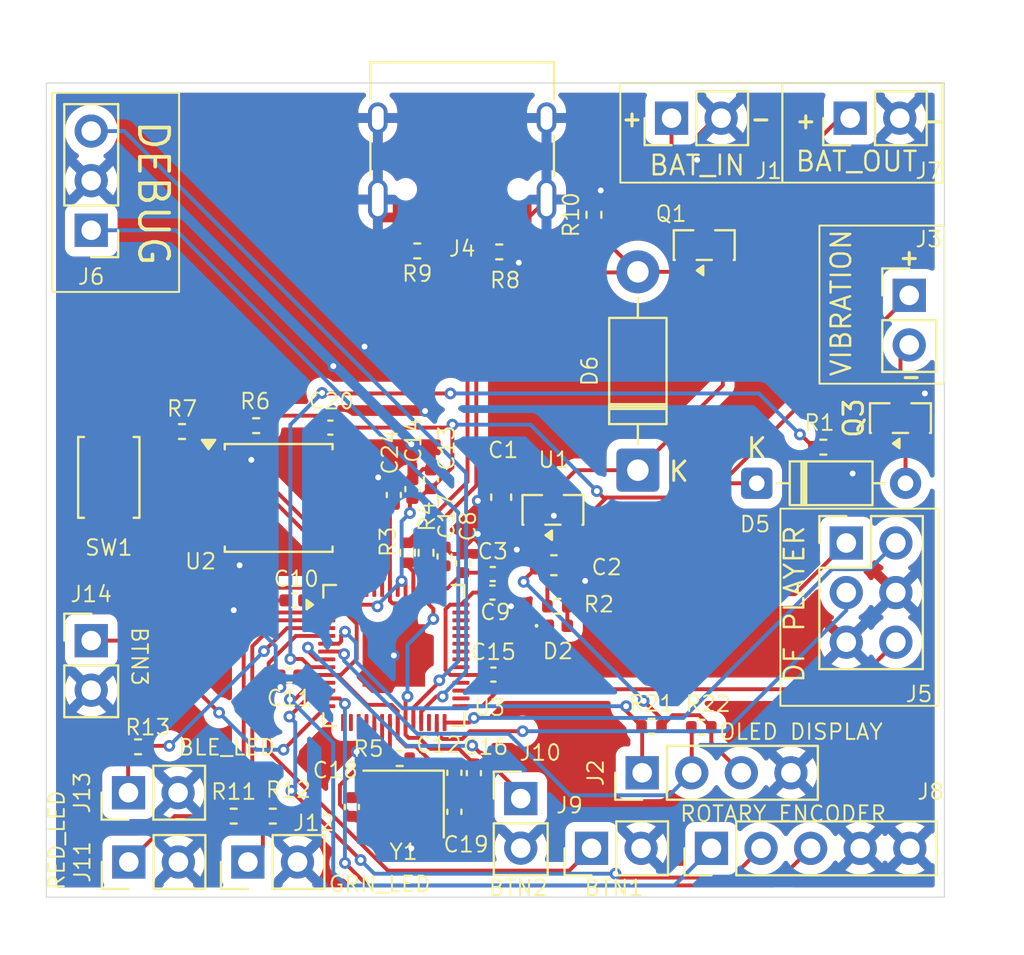
<source format=kicad_pcb>
(kicad_pcb (version 20241229) (generator "pcbnew") (generator_version "9.0")
  (layers (0 "F.Cu" signal) (2 "B.Cu" signal) (13 "F.Paste" user) (15 "B.Paste" user) (5 "F.SilkS" user "F.Silkscreen") (7 "B.SilkS" user "B.Silkscreen") (1 "F.Mask" user) (3 "B.Mask" user) (25 "Edge.Cuts" user))
  (net 0 "")
  (net 1 "/PWR_INPUT")
  (net 2 "GND")
  (net 3 "+3V3")
  (net 4 "+1V1")
  (net 5 "/XIN")
  (net 6 "Net-(C19-Pad2)")
  (net 7 "Net-(D2-A)")
  (net 8 "Net-(D5-A)")
  (net 9 "VBUS")
  (net 10 "Net-(J1-Pin_1)")
  (net 11 "/GPIO4")
  (net 12 "/GPIO5")
  (net 13 "Net-(J4-CC1)")
  (net 14 "/USB_D+")
  (net 15 "/USB_D-")
  (net 16 "Net-(J4-CC2)")
  (net 17 "/DFP_BUSY")
  (net 18 "/DFP_RX")
  (net 19 "/DFP_TX")
  (net 20 "/SWD")
  (net 21 "/SWCLK")
  (net 22 "/GPIO7")
  (net 23 "Net-(U3-USB_DP)")
  (net 24 "Net-(U3-USB_DM)")
  (net 25 "/XOUT")
  (net 26 "/QSPI_SS")
  (net 27 "Net-(R7-Pad1)")
  (net 28 "/GPIO0")
  (net 29 "/GPIO1")
  (net 30 "/GPIO2")
  (net 31 "/GPIO9")
  (net 32 "/GPIO8")
  (net 33 "/GPIO10")
  (net 34 "/QSPI_SD2")
  (net 35 "/QSPI_SD0")
  (net 36 "/QSPI_SCLK")
  (net 37 "/QSPI_SD3")
  (net 38 "/QSPI_SD1")
  (net 39 "/GPIO6")
  (net 40 "/GPIO3")
  (net 57 "/GPIO11")
  (net 58 "Net-(J11-Pin_1)")
  (net 59 "Net-(J12-Pin_1)")
  (net 60 "Net-(J13-Pin_1)")
  (net 61 "Net-(Q3-G)")
  (footprint "Connector_PinHeader_2.54mm:PinHeader_1x02_P2.54mm_Vertical" (layer "F.Cu") (at 176.3 69.375)
    (property "Reference" "J3")
    (property "Value" "Vibration_Motor")
  )
  (footprint "Capacitor_SMD:C_0402_1005Metric" (layer "F.Cu") (at 151.8 78.8 90)
    (property "Reference" "C13")
    (property "Value" "0.1uF")
  )
  (footprint "Capacitor_SMD:C_0402_1005Metric" (layer "F.Cu") (at 155 88.8)
    (property "Reference" "C15")
    (property "Value" "0.1uF")
  )
  (footprint "Resistor_SMD:R_0402_1005Metric" (layer "F.Cu") (at 158.275 85.3)
    (property "Reference" "R2")
    (property "Value" "220")
  )
  (footprint "Package_TO_SOT_SMD:SOT-23" (layer "F.Cu") (at 165.8 66.8 90)
    (property "Reference" "Q1")
    (property "Value" "AO3401A")
  )
  (footprint "Capacitor_SMD:C_0402_1005Metric" (layer "F.Cu") (at 144.8 85 180)
    (property "Reference" "C10")
    (property "Value" "0.1uF")
  )
  (footprint "Resistor_SMD:R_0402_1005Metric" (layer "F.Cu") (at 136.8 92.5 180)
    (property "Reference" "R13")
    (property "Value" "220")
  )
  (footprint "Connector_PinHeader_2.54mm:PinHeader_1x02_P2.54mm_Vertical" (layer "F.Cu") (at 156.4 95.15)
    (property "Reference" "J10")
    (property "Value" "PushButton")
  )
  (footprint "Resistor_SMD:R_0402_1005Metric" (layer "F.Cu") (at 163.1 91.45)
    (property "Reference" "R21")
    (property "Value" "4.7K")
  )
  (footprint "Button_Switch_SMD:SW_Push_SPST_NO_Alps_SKRK" (layer "F.Cu") (at 135.3 78.7 90)
    (property "Reference" "SW1")
    (property "Value" "SW_Push")
  )
  (footprint "Capacitor_SMD:C_0402_1005Metric" (layer "F.Cu") (at 144.55 88.85 180)
    (property "Reference" "C11")
    (property "Value" "0.1uF")
  )
  (footprint "Capacitor_SMD:C_0603_1608Metric" (layer "F.Cu") (at 158.1 83.2)
    (property "Reference" "C2")
    (property "Value" "10uF")
  )
  (footprint "Connector_PinHeader_2.54mm:PinHeader_1x02_P2.54mm_Vertical" (layer "F.Cu") (at 164.125 60.3 90)
    (property "Reference" "J1")
    (property "Value" "Battery_Output")
  )
  (footprint "Capacitor_SMD:C_0402_1005Metric" (layer "F.Cu") (at 150.85 79.3 90)
    (property "Reference" "C14")
    (property "Value" "0.1uF")
  )
  (footprint "Connector_PinHeader_2.54mm:PinHeader_1x03_P2.54mm_Vertical" (layer "F.Cu") (at 134.4 66.04 180)
    (property "Reference" "J6")
    (property "Value" "Conn_01x03")
  )
  (footprint "Capacitor_SMD:C_0402_1005Metric" (layer "F.Cu") (at 146.65 76.15 180)
    (property "Reference" "C20")
    (property "Value" "0.1uF")
  )
  (footprint "Resistor_SMD:R_0402_1005Metric" (layer "F.Cu") (at 165.65 91.5)
    (property "Reference" "R22")
    (property "Value" "4.7K")
  )
  (footprint "Diode_THT:D_DO-41_SOD81_P10.16mm_Horizontal" (layer "F.Cu") (at 162.4 78.33 90)
    (property "Reference" "D6")
    (property "Value" "1N5817")
  )
  (footprint "Resistor_SMD:R_0402_1005Metric" (layer "F.Cu") (at 150.6 82.56 -90)
    (property "Reference" "R3")
    (property "Value" "27")
  )
  (footprint "Resistor_SMD:R_0402_1005Metric" (layer "F.Cu") (at 150.2 93.1 180)
    (property "Reference" "R5")
    (property "Value" "1K")
  )
  (footprint "Package_DFN_QFN:QFN-56-1EP_7x7mm_P0.4mm_EP3.2x3.2mm" (layer "F.Cu") (at 149.9 87.82)
    (property "Reference" "U3")
    (property "Value" "RP2040")
  )
  (footprint "Capacitor_SMD:C_0402_1005Metric" (layer "F.Cu") (at 149.9 79.6 90)
    (property "Reference" "C24")
    (property "Value" "0.1uF")
  )
  (footprint "Resistor_SMD:R_0402_1005Metric" (layer "F.Cu") (at 143.7 96.05 180)
    (property "Reference" "R12")
    (property "Value" "220")
  )
  (footprint "Connector_PinHeader_2.54mm:PinHeader_1x05_P2.54mm_Vertical" (layer "F.Cu") (at 166.17 97.7 90)
    (property "Reference" "J8")
    (property "Value" "RotaryEncoder")
  )
  (footprint "Resistor_SMD:R_0402_1005Metric" (layer "F.Cu") (at 141.7 96.05 180)
    (property "Reference" "R11")
    (property "Value" "220")
  )
  (footprint "Package_SO:SOIC-8_5.3x5.3mm_P1.27mm" (layer "F.Cu") (at 144 79.75)
    (property "Reference" "U2")
    (property "Value" "W25Q128JVS")
  )
  (footprint "Connector_PinHeader_2.54mm:PinHeader_1x02_P2.54mm_Vertical" (layer "F.Cu") (at 136.325 98.4 90)
    (property "Reference" "J11")
    (property "Value" "LED_RED")
  )
  (footprint "Capacitor_SMD:C_0402_1005Metric" (layer "F.Cu") (at 153.45 83.1 90)
    (property "Reference" "C8")
    (property "Value" "0.1uF")
  )
  (footprint "Capacitor_SMD:C_0603_1608Metric" (layer "F.Cu") (at 155.4 79.7125 -90)
    (property "Reference" "C1")
    (property "Value" "10uF")
  )
  (footprint "Connector_PinHeader_2.54mm:PinHeader_2x03_P2.54mm_Vertical" (layer "F.Cu") (at 173.075 82.06)
    (property "Reference" "J5")
    (property "Value" "DF Player Mini")
  )
  (footprint "Capacitor_SMD:C_0402_1005Metric" (layer "F.Cu") (at 147.75 95.58 -90)
    (property "Reference" "C18")
    (property "Value" "33pF")
  )
  (footprint "Capacitor_SMD:C_0402_1005Metric" (layer "F.Cu") (at 152.5 82.75 90)
    (property "Reference" "C17")
    (property "Value" "0.1uF")
  )
  (footprint "Capacitor_SMD:C_0402_1005Metric" (layer "F.Cu") (at 154.97 83.65)
    (property "Reference" "C3")
    (property "Value" "1uF")
  )
  (footprint "Connector_PinHeader_2.54mm:PinHeader_1x02_P2.54mm_Vertical" (layer "F.Cu") (at 136.31 94.85 90)
    (property "Reference" "J13")
    (property "Value" "LED_BLUE")
  )
  (footprint "Connector_USB:USB_C_Receptacle_HRO_TYPE-C-31-M-12" (layer "F.Cu") (at 153.4 61.34 180)
    (property "Reference" "J4")
    (property "Value" "USB_C_Receptacle_USB2.0_14P")
  )
  (footprint "Package_TO_SOT_SMD:SOT-23" (layer "F.Cu") (at 175.85 75.6625 90)
    (property "Reference" "Q3")
    (property "Value" "Q_NMOS_GSD")
  )
  (footprint "Resistor_SMD:R_0402_1005Metric" (layer "F.Cu") (at 155.3 67.15)
    (property "Reference" "R8")
    (property "Value" "5.1K")
  )
  (footprint "Resistor_SMD:R_0402_1005Metric" (layer "F.Cu") (at 171.9 77.15)
    (property "Reference" "R1")
    (property "Value" "100")
  )
  (footprint "Diode_THT:D_DO-35_SOD27_P7.62mm_Horizontal" (layer "F.Cu") (at 168.49 79)
    (property "Reference" "D5")
    (property "Value" "1N4148")
  )
  (footprint "Connector_PinHeader_2.54mm:PinHeader_1x02_P2.54mm_Vertical" (layer "F.Cu") (at 142.425 98.4 90)
    (property "Reference" "J12")
    (property "Value" "LED_GREEN")
  )
  (footprint "Crystal:Crystal_SMD_3225-4Pin_3.2x2.5mm" (layer "F.Cu") (at 150.4 95.43 180)
    (property "Reference" "Y1")
    (property "Value" "12 MHz")
  )
  (footprint "Capacitor_SMD:C_0402_1005Metric" (layer "F.Cu") (at 153 95.83 90)
    (property "Reference" "C19")
    (property "Value" "33pF")
  )
  (footprint "Capacitor_SMD:C_0402_1005Metric" (layer "F.Cu") (at 154 93.85 -90)
    (property "Reference" "C16")
    (property "Value" "1uF")
  )
  (footprint "Capacitor_SMD:C_0402_1005Metric" (layer "F.Cu") (at 154.95 84.6)
    (property "Reference" "C9")
    (property "Value" "0.1uF")
  )
  (footprint "Resistor_SMD:R_0402_1005Metric" (layer "F.Cu") (at 151.55 82.56 -90)
    (property "Reference" "R4")
    (property "Value" "27")
  )
  (footprint "Resistor_SMD:R_0402_1005Metric" (layer "F.Cu") (at 139.05 76.35)
    (property "Reference" "R7")
    (property "Value" "1K")
  )
  (footprint "Resistor_SMD:R_0402_1005Metric" (layer "F.Cu") (at 160.15 65.25 90)
    (property "Reference" "R10")
    (property "Value" "100K")
  )
  (footprint "Connector_PinHeader_2.54mm:PinHeader_1x02_P2.54mm_Vertical" (layer "F.Cu") (at 134.4 87.06)
    (property "Reference" "J14")
    (property "Value" "PushButton")
  )
  (footprint "Resistor_SMD:R_0402_1005Metric" (layer "F.Cu") (at 142.85 76.05 180)
    (property "Reference" "R6")
    (property "Value" "10K")
  )
  (footprint "Capacitor_SMD:C_0402_1005Metric" (layer "F.Cu") (at 153 93.83 -90)
    (property "Reference" "C12")
    (property "Value" "0.1uF")
  )
  (footprint "Connector_PinHeader_2.54mm:PinHeader_1x02_P2.54mm_Vertical" (layer "F.Cu") (at 173.275 60.3 90)
    (property "Reference" "J7")
    (property "Value" "Battery_Charger")
  )
  (footprint "Connector_PinHeader_2.54mm:PinHeader_1x04_P2.54mm_Vertical" (layer "F.Cu") (at 162.62 93.83 90)
    (property "Reference" "J2")
    (property "Value" "SSD1306")
  )
  (footprint "Package_TO_SOT_SMD:SOT-23" (layer "F.Cu") (at 158.05 80.3625 90)
    (property "Reference" "U1")
    (property "Value" "MCP1700x-330xxTT")
  )
  (footprint "Connector_PinHeader_2.54mm:PinHeader_1x02_P2.54mm_Vertical" (layer "F.Cu") (at 160.025 97.7 90)
    (property "Reference" "J9")
    (property "Value" "PushButton")
  )
  (footprint "LED_SMD:LED_0402_1005Metric" (layer "F.Cu") (at 158.3 86.3)
    (property "Reference" "D2")
    (property "Value" "ONBOARD_LED")
  )
  (footprint "Resistor_SMD:R_0402_1005Metric" (layer "F.Cu") (at 151.1 67.1 180)
    (property "Reference" "R9")
    (property "Value" "5.1K")
  )
  (gr_rect (start 169.8 58.5) (end 178 63.6) (stroke (width 0.1)) (fill no) (layer "F.SilkS"))
  (gr_rect (start 171.7 65.8) (end 178.1 73.9) (stroke (width 0.1)) (fill no) (layer "F.SilkS"))
  (gr_rect (start 132.4 59) (end 138.9 69.2) (stroke (width 0.1)) (fill no) (layer "F.SilkS"))
  (gr_rect (start 161.5 58.5) (end 169.8 63.6) (stroke (width 0.1)) (fill no) (layer "F.SilkS"))
  (gr_rect (start 169.7 80.3) (end 177.8 90.4) (stroke (width 0.1)) (fill no) (layer "F.SilkS"))
  (gr_rect (start 132.1 58.5) (end 178.1 100.2) (stroke (width 0.05)) (fill no) (layer "Edge.Cuts"))
  (gr_text "-" (at 177 60.9 0) (layer "F.SilkS") (effects (font (size 0.8 0.8) (thickness 0.16) (bold yes)) (justify left bottom)))
  (gr_text "BTN2" (at 154.7 100.2 0) (layer "F.SilkS") (effects (font (size 0.8 0.8) (thickness 0.1)) (justify left bottom)))
  (gr_text "BLE_LED" (at 138.8 93 0) (layer "F.SilkS") (effects (font (size 0.8 0.8) (thickness 0.1)) (justify left bottom)))
  (gr_text "RED_LED" (at 133.1 99.9 90) (layer "F.SilkS") (effects (font (size 0.8 0.8) (thickness 0.1)) (justify left bottom)))
  (gr_text "+" (at 161.5 60.8 0) (layer "F.SilkS") (effects (font (size 0.8 0.8) (thickness 0.16) (bold yes)) (justify left bottom)))
  (gr_text "-" (at 168.1 60.8 0) (layer "F.SilkS") (effects (font (size 0.8 0.8) (thickness 0.16) (bold yes)) (justify left bottom)))
  (gr_text "GRN_LED" (at 146.5 100 0) (layer "F.SilkS") (effects (font (size 0.8 0.8) (thickness 0.1)) (justify left bottom)))
  (gr_text "BTN3" (at 136.4 86.3 270) (layer "F.SilkS") (effects (font (size 0.8 0.8) (thickness 0.1)) (justify left bottom)))
  (gr_text "BAT_OUT" (at 170.4 63.1 0) (layer "F.SilkS") (effects (font (size 1 1) (thickness 0.125)) (justify left bottom)))
  (gr_text "-" (at 175.8 74 0) (layer "F.SilkS") (effects (font (size 0.8 0.8) (thickness 0.16) (bold yes)) (justify left bottom)))
  (gr_text "BAT_IN" (at 162.9 63.3 0) (layer "F.SilkS") (effects (font (size 1 1) (thickness 0.125)) (justify left bottom)))
  (gr_text "DEBUG" (at 136.7 60.3 270) (layer "F.SilkS") (effects (font (size 1.5 1.5) (thickness 0.1875)) (justify left bottom)))
  (gr_text "+" (at 170.4 60.9 0) (layer "F.SilkS") (effects (font (size 0.8 0.8) (thickness 0.16) (bold yes)) (justify left bottom)))
  (gr_text "ROTARY ENCODER" (at 164.5 96.4 0) (layer "F.SilkS") (effects (font (size 0.8 0.8) (thickness 0.1)) (justify left bottom)))
  (gr_text "DF PLAYER" (at 171 89.3 90) (layer "F.SilkS") (effects (font (size 1 1) (thickness 0.125)) (justify left bottom)))
  (gr_text "OLED DISPLAY" (at 166.5 92.2 0) (layer "F.SilkS") (effects (font (size 0.8 0.8) (thickness 0.1)) (justify left bottom)))
  (gr_text "+" (at 175.7 67.9 0) (layer "F.SilkS") (effects (font (size 0.8 0.8) (thickness 0.16) (bold yes)) (justify left bottom)))
  (gr_text "BTN1" (at 159.6 100.2 0) (layer "F.SilkS") (effects (font (size 0.8 0.8) (thickness 0.1)) (justify left bottom)))
  (gr_text "VIBRATION" (at 173.4 73.6 90) (layer "F.SilkS") (effects (font (size 1 1) (thickness 0.125)) (justify left bottom)))
  (segment (start 157.5625 78.9375) (end 155.4 78.9375) (width 0.2) (layer "F.Cu") (net 1))
  (segment (start 166.75 73.98) (end 162.4 78.33) (width 0.2) (layer "F.Cu") (net 1))
  (segment (start 166.75 67.7375) (end 166.75 73.98) (width 0.2) (layer "F.Cu") (net 1))
  (segment (start 158.05 79.425) (end 158.125 79.425) (width 0.2) (layer "F.Cu") (net 1))
  (segment (start 158.05 79.425) (end 157.5625 78.9375) (width 0.2) (layer "F.Cu") (net 1))
  (segment (start 159.22 78.33) (end 162.4 78.33) (width 0.2) (layer "F.Cu") (net 1))
  (segment (start 158.125 79.425) (end 159.22 78.33) (width 0.2) (layer "F.Cu") (net 1))
  (segment (start 149.9 79.12) (end 149.52 79.12) (width 0.2) (layer "F.Cu") (net 2))
  (segment (start 140.4125 81.655) (end 141.9575 83.2) (width 0.2) (layer "F.Cu") (net 2))
  (segment (start 156.65 65.385) (end 156.805 65.385) (width 0.2) (layer "F.Cu") (net 2))
  (segment (start 176.8 76.6) (end 176.8 74.7) (width 0.2) (layer "F.Cu") (net 2))
  (segment (start 153.45 82.35) (end 154.2 81.6) (width 0.2) (layer "F.Cu") (net 2))
  (segment (start 153.98 94.31) (end 154 94.33) (width 0.2) (layer "F.Cu") (net 2))
  (segment (start 155.45 83.65) (end 155.45 84.58) (width 0.2) (layer "F.Cu") (net 2))
  (segment (start 147.75 95.1) (end 148.78 95.1) (width 0.2) (layer "F.Cu") (net 2))
  (segment (start 148.9 91.851473) (end 147.99532 92.756153) (width 0.2) (layer "F.Cu") (net 2))
  (segment (start 149.52 79.12) (end 149.1 78.7) (width 0.2) (layer "F.Cu") (net 2))
  (segment (start 144.07 89.421842) (end 144.089 89.440842) (width 0.2) (layer "F.Cu") (net 2))
  (segment (start 148.78 95.1) (end 149.3 94.58) (width 0.2) (layer "F.Cu") (net 2))
  (segment (start 149.9 79.12) (end 150.55 79.12) (width 0.2) (layer "F.Cu") (net 2))
  (segment (start 155.81 67.15) (end 155.81 67.21) (width 0.2) (layer "F.Cu") (net 2))
  (segment (start 166.665 60) (end 165.436001 61.228999) (width 0.2) (layer "F.Cu") (net 2))
  (segment (start 176.8 74.7) (end 177.1 74.4) (width 0.2) (layer "F.Cu") (net 2))
  (segment (start 144.32 85) (end 142.2 85) (width 0.2) (layer "F.Cu") (net 2))
  (segment (start 151.53 96.31) (end 151.5 96.28) (width 0.2) (layer "F.Cu") (net 2))
  (segment (start 144.07 88.85) (end 144.07 89.421842) (width 0.2) (layer "F.Cu") (net 2))
  (segment (start 156.805 65.385) (end 157.72 64.47) (width 0.2) (layer "F.Cu") (net 2))
  (segment (start 153 94.31) (end 153.98 94.31) (width 0.2) (layer "F.Cu") (net 2))
  (segment (start 151.75 78.27) (end 151.4 78.27) (width 0.2) (layer "F.Cu") (net 2))
  (segment (start 142.2 85) (end 141.7 85.5) (width 0.2) (layer "F.Cu") (net 2))
  (segment (start 158.9 83.2) (end 159.7 84) (width 0.2) (layer "F.Cu") (net 2))
  (segment (start 155.45 84.58) (end 155.43 84.6) (width 0.2) (layer "F.Cu") (net 2))
  (segment (start 149.8 94.58) (end 151.5 96.28) (width 0.2) (layer "F.Cu") (net 2))
  (segment (start 157.815 86.465) (end 155.48 88.8) (width 0.2) (layer "F.Cu") (net 2))
  (segment (start 141.9575 83.2) (end 142 83.2) (width 0.2) (layer "F.Cu") (net 2))
  (segment (start 150.8 96.98) (end 151.5 96.28) (width 0.2) (layer "F.Cu") (net 2))
  (segment (start 148.9 91.2575) (end 148.9 91.851473) (width 0.2) (layer "F.Cu") (net 2))
  (segment (start 153.45 82.62) (end 152.85 82.62) (width 0.2) (layer "F.Cu") (net 2))
  (segment (start 153 96.31) (end 151.53 96.31) (width 0.2) (layer "F.Cu") (net 2))
  (segment (start 150.55 79.12) (end 150.85 78.82) (width 0.2) (layer "F.Cu") (net 2))
  (segment (start 165.436001 61.228999) (end 165.436001 62.436001) (width 0.2) (layer "F.Cu") (net 2))
  (segment (start 149.3 94.58) (end 149.8 94.58) (width 0.2) (layer "F.Cu") (net 2))
  (segment (start 148.4 72) (end 147.4 73) (width 0.2) (layer "F.Cu") (net 2))
  (segment (start 147.4 73) (end 146.8 73) (width 0.2) (layer "F.Cu") (net 2))
  (segment (start 158.875 83.2) (end 158.9 83.2) (width 0.2) (layer "F.Cu") (net 2))
  (segment (start 152.85 82.62) (end 152.5 82.27) (width 0.2) (layer "F.Cu") (net 2))
  (segment (start 150.8 97.7) (end 150.8 96.98) (width 0.2) (layer "F.Cu") (net 2))
  (segment (start 155.81 67.21) (end 156.3 67.7) (width 0.2) (layer "F.Cu") (net 2))
  (segment (start 157.815 86.3) (end 157.815 86.465) (width 0.2) (layer "F.Cu") (net 2))
  (segment (start 151.4 78.27) (end 150.85 78.82) (width 0.2) (layer "F.Cu") (net 2))
  (segment (start 153.45 82.62) (end 153.45 82.35) (width 0.2) (layer "F.Cu") (net 2))
  (via (at 165.436001 62.436001) (size 0.6) (drill 0.3) (layers "F.Cu" "B.Cu") (net 2))
  (via (at 146.8 73) (size 0.6) (drill 0.3) (layers "F.Cu" "B.Cu") (net 2))
  (via (at 151.5 75.3) (size 0.6) (drill 0.3) (layers "F.Cu" "B.Cu") (net 2))
  (via (at 158.09507 80.6625) (size 0.6) (drill 0.3) (layers "F.Cu" "B.Cu") (net 2))
  (via (at 148.4 72) (size 0.6) (drill 0.3) (layers "F.Cu" "B.Cu") (net 2))
  (via (at 150.8 97.7) (size 0.6) (drill 0.3) (layers "F.Cu" "B.Cu") (net 2))
  (via (at 149.9 87.82) (size 0.6) (drill 0.3) (layers "F.Cu" "B.Cu") (net 2))
  (via (at 160.5 64) (size 0.6) (drill 0.3) (layers "F.Cu" "B.Cu") (net 2))
  (via (at 147.99532 92.756153) (size 0.6) (drill 0.3) (layers "F.Cu" "B.Cu") (net 2))
  (via (at 154.2 81.6) (size 0.6) (drill 0.3) (layers "F.Cu" "B.Cu") (net 2))
  (via (at 177.1 74.4) (size 0.6) (drill 0.3) (layers "F.Cu" "B.Cu") (net 2))
  (via (at 141.7 85.5) (size 0.6) (drill 0.3) (layers "F.Cu" "B.Cu") (net 2))
  (via (at 159.7 84) (size 0.6) (drill 0.3) (layers "F.Cu" "B.Cu") (net 2))
  (via (at 173.4 78.5) (size 0.6) (drill 0.3) (layers "F.Cu" "B.Cu") (net 2))
  (via (at 144.089 89.440842) (size 0.6) (drill 0.3) (layers "F.Cu" "B.Cu") (net 2))
  (via (at 150.8 77) (size 0.6) (drill 0.3) (layers "F.Cu" "B.Cu") (net 2))
  (via (at 155.9 85.3) (size 0.6) (drill 0.3) (layers "F.Cu" "B.Cu") (net 2))
  (via (at 149.1 78.7) (size 0.6) (drill 0.3) (layers "F.Cu" "B.Cu") (net 2))
  (via (at 142 83.2) (size 0.6) (drill 0.3) (layers "F.Cu" "B.Cu") (net 2))
  (via (at 156.3 67.7) (size 0.6) (drill 0.3) (layers "F.Cu" "B.Cu") (net 2))
  (via (at 142.6 77.8) (size 0.6) (drill 0.3) (layers "F.Cu" "B.Cu") (net 2))
  (via (at 156.2 82.4) (size 0.6) (drill 0.3) (layers "F.Cu" "B.Cu") (net 2))
  (via (at 154.2 79.9) (size 0.6) (drill 0.3) (layers "F.Cu" "B.Cu") (net 2))
  (segment (start 143.851 89.202842) (end 143.851 87.350322) (width 0.2) (layer "B.Cu") (net 2))
  (segment (start 144.089 89.440842) (end 143.851 89.202842) (width 0.2) (layer "B.Cu") (net 2))
  (segment (start 142.000678 85.5) (end 141.7 85.5) (width 0.2) (layer "B.Cu") (net 2))
  (segment (start 147.99532 92.756153) (end 147.99532 94.89532) (width 0.2) (layer "B.Cu") (net 2))
  (segment (start 143.851 87.350322) (end 142.000678 85.5) (width 0.2) (layer "B.Cu") (net 2))
  (segment (start 147.99532 94.89532) (end 150.8 97.7) (width 0.2) (layer "B.Cu") (net 2))
  (segment (start 154.49 83.65) (end 154.49 84.58) (width 0.2) (layer "F.Cu") (net 3))
  (segment (start 153.9575 84.6) (end 153.3375 85.22) (width 0.2) (layer "F.Cu") (net 3))
  (segment (start 160.631 79.731) (end 160.794 79.731) (width 0.2) (layer "F.Cu") (net 3))
  (segment (start 157.325 82.975) (end 157.325 83.2) (width 0.2) (layer "F.Cu") (net 3))
  (segment (start 145.06 88.82) (end 145.03 88.85) (width 0.2) (layer "F.Cu") (net 3))
  (segment (start 155.101 83.039) (end 154.49 83.65) (width 0.2) (layer "F.Cu") (net 3))
  (segment (start 154.5 88.82) (end 154.52 88.8) (width 0.2) (layer "F.Cu") (net 3))
  (segment (start 152.9 78.18) (end 152.9 75.999997) (width 0.2) (layer "F.Cu") (net 3))
  (segment (start 150.725 79.905) (end 150.85 79.78) (width 0.2) (layer "F.Cu") (net 3))
  (segment (start 146.4625 88.82) (end 145.06 88.82) (width 0.2) (layer "F.Cu") (net 3))
  (segment (start 147.5875 77.845) (end 147.5875 76.6075) (width 0.2) (layer "F.Cu") (net 3))
  (segment (start 149.779 90.35) (end 148.527774 90.35) (width 0.2) (layer "F.Cu") (net 3))
  (segment (start 151.2 79.78) (end 151.75 79.23) (width 0.2) (layer "F.Cu") (net 3))
  (segment (start 147.18 88.82) (end 147.999 88.001) (width 0.2) (layer "F.Cu") (net 3))
  (segment (start 156.55 83.975) (end 157.325 83.2) (width 0.2) (layer "F.Cu") (net 3))
  (segment (start 158.804 84.679) (end 157.325 83.2) (width 0.2) (layer "F.Cu") (net 3))
  (segment (start 163.61 91.06) (end 162.7 90.15) (width 0.2) (layer "F.Cu") (net 3))
  (segment (start 152.55 88.567774) (end 152.802226 88.82) (width 0.2) (layer "F.Cu") (net 3))
  (segment (start 147.5875 76.6075) (end 147.13 76.15) (width 0.2) (layer "F.Cu") (net 3))
  (segment (start 151.8 79.28) (end 152.9 78.18) (width 0.2) (layer "F.Cu") (net 3))
  (segment (start 154.49 84.58) (end 154.47 84.6) (width 0.2) (layer "F.Cu") (net 3))
  (segment (start 170.456 84.679) (end 158.804 84.679) (width 0.2) (layer "F.Cu") (net 3))
  (segment (start 149.061873 85.308523) (end 148.958523 85.308523) (width 0.2) (layer "F.Cu") (net 3))
  (segment (start 165.944 79.731) (end 160.794 79.731) (width 0.2) (layer "F.Cu") (net 3))
  (segment (start 176.3 69.375) (end 165.944 79.731) (width 0.2) (layer "F.Cu") (net 3))
  (segment (start 168.49 79) (end 166.675 79) (width 0.2) (layer "F.Cu") (net 3))
  (segment (start 152.5 84.3825) (end 152.6475 84.3825) (width 0.2) (layer "F.Cu") (net 3))
  (segment (start 151.281 92.73066) (end 151.02934 92.479) (width 0.2) (layer "F.Cu") (net 3))
  (segment (start 148.87 85.22) (end 146.4625 85.22) (width 0.2) (layer "F.Cu") (net 3))
  (segment (start 163.61 91.45) (end 163.61 91.06) (width 0.2) (layer "F.Cu") (net 3))
  (segment (start 151.02934 92.479) (end 150.529 92.479) (width 0.2) (layer "F.Cu") (net 3))
  (segment (start 150.5 84.3825) (end 150.5 84.204161) (width 0.2) (layer "F.Cu") (net 3))
  (segment (start 147.999 86.199) (end 147.02 85.22) (width 0.2) (layer "F.Cu") (net 3))
  (segment (start 148.958523 85.308523) (end 148.87 85.22) (width 0.2) (layer "F.Cu") (net 3))
  (segment (start 152.1 84.3825) (end 152.5 84.3825) (width 0.2) (layer "F.Cu") (net 3))
  (segment (start 151.3 92.75) (end 151.281 92.75) (width 0.2) (layer "F.Cu") (net 3))
  (segment (start 165.539 90.879) (end 166.16 91.5) (width 0.2) (layer "F.Cu") (net 3))
  (segment (start 152.802226 88.82) (end 153.3375 88.82) (width 0.2) (layer "F.Cu") (net 3))
  (segment (start 150.725 80.525) (end 150.725 79.905) (width 0.2) (layer "F.Cu") (net 3))
  (segment (start 148.527774 90.35) (end 146.997774 88.82) (width 0.2) (layer "F.Cu") (net 3))
  (segment (start 151.281 92.75) (end 151.281 92.73066) (width 0.2) (layer "F.Cu") (net 3))
  (segment (start 147.02 85.22) (end 146.4625 85.22) (width 0.2) (layer "F.Cu") (net 3))
  (segment (start 164.181 90.879) (end 165.539 90.879) (width 0.2) (layer "F.Cu") (net 3))
  (segment (start 156.55 84.05) (end 156.55 83.975) (width 0.2) (layer "F.Cu") (net 3))
  (segment (start 152.55 85.45) (end 152.55 88.567774) (width 0.2) (layer "F.Cu") (net 3))
  (segment (start 157.765 85.3) (end 157.765 83.64) (width 0.2) (layer "F.Cu") (net 3))
  (segment (start 147.999 88.001) (end 147.999 86.199) (width 0.2) (layer "F.Cu") (net 3))
  (segment (start 146.997774 88.82) (end 147.18 88.82) (width 0.2) (layer "F.Cu") (net 3))
  (segment (start 147.13 76.15) (end 152.749997 76.15) (width 0.2) (layer "F.Cu") (net 3))
  (segment (start 153.45 83.58) (end 154.42 83.58) (width 0.2) (layer "F.Cu") (net 3))
  (segment (start 154.47 84.6) (end 153.9575 84.6) (width 0.2) (layer "F.Cu") (net 3))
  (segment (start 146.4625 85.22) (end 145.5 85.22) (width 0.2) (layer "F.Cu") (net 3))
  (segment (start 150.5 84.204161) (end 150.3 84.004161) (width 0.2) (layer "F.Cu") (net 3))
  (segment (start 167.7 93.83) (end 166.16 92.29) (width 0.2) (layer "F.Cu") (net 3))
  (segment (start 145.5 85.22) (end 145.28 85) (width 0.2) (layer "F.Cu") (net 3))
  (segment (start 153.3375 88.82) (end 154.5 88.82) (width 0.2) (layer "F.Cu") (net 3))
  (segment (start 153.3375 85.22) (end 152.78 85.22) (width 0.2) (layer "F.Cu") (net 3))
  (segment (start 146.997774 88.82) (end 146.4625 88.82) (width 0.2) (layer "F.Cu") (net 3))
  (segment (start 150.85 79.78) (end 151.2 79.78) (width 0.2) (layer "F.Cu") (net 3))
  (segment (start 152.749997 76.15) (end 152.9 75.999997) (width 0.2) (layer "F.Cu") (net 3))
  (segment (start 154.42 83.58) (end 154.49 83.65) (width 0.2) (layer "F.Cu") (net 3))
  (segment (start 150.1 92.05) (end 150.1 91.2575) (width 0.2) (layer "F.Cu") (net 3))
  (segment (start 166.16 92.29) (end 166.16 91.5) (width 0.2) (layer "F.Cu") (net 3))
  (segment (start 159 81.3) (end 157.325 82.975) (width 0.2) (layer "F.Cu") (net 3))
  (segment (start 152.78 85.22) (end 152.55 85.45) (width 0.2) (layer "F.Cu") (net 3))
  (segment (start 157.325 83.2) (end 157.164 83.039) (width 0.2) (layer "F.Cu") (net 3))
  (segment (start 150.1 84.204161) (end 150.3 84.004161) (width 0.2) (layer "F.Cu") (net 3))
  (segment (start 150.725 80.525) (end 150.8 80.45) (width 0.2) (layer "F.Cu") (net 3))
  (segment (start 160.3 79.4) (end 160.631 79.731) (width 0.2) (layer "F.Cu") (net 3))
  (segment (start 157.164 83.039) (end 155.101 83.039) (width 0.2) (layer "F.Cu") (net 3))
  (segment (start 157.765 83.64) (end 157.325 83.2) (width 0.2) (layer "F.Cu") (net 3))
  (segment (start 150.529 92.479) (end 150.1 92.05) (width 0.2) (layer "F.Cu") (net 3))
  (segment (start 166.675 79) (end 165.944 79.731) (width 0.2) (layer "F.Cu") (net 3))
  (segment (start 150.1 84.3825) (end 150.1 84.204161) (width 0.2) (layer "F.Cu") (net 3))
  (segment (start 160.794 79.731) (end 157.325 83.2) (width 0.2) (layer "F.Cu") (net 3))
  (segment (start 163.61 91.45) (end 164.181 90.879) (width 0.2) (layer "F.Cu") (net 3))
  (segment (start 143.871 75.539) (end 146.519 75.539) (width 0.2) (layer "F.Cu") (net 3))
  (segment (start 146.519 75.539) (end 147.13 76.15) (width 0.2) (layer "F.Cu") (net 3))
  (segment (start 173.075 82.06) (end 170.456 84.679) (width 0.2) (layer "F.Cu") (net 3))
  (segment (start 150.1 90.671) (end 149.779 90.35) (width 0.2) (layer "F.Cu") (net 3))
  (segment (start 152.6475 84.3825) (end 153.45 83.58) (width 0.2) (layer "F.Cu") (net 3))
  (segment (start 153 93.35) (end 151.9 93.35) (width 0.2) (layer "F.Cu") (net 3))
  (segment (start 151.9 93.35) (end 151.3 92.75) (width 0.2) (layer "F.Cu") (net 3))
  (segment (start 143.36 76.05) (end 143.871 75.539) (width 0.2) (layer "F.Cu") (net 3))
  (segment (start 150.1 91.2575) (end 150.1 90.671) (width 0.2) (layer "F.Cu") (net 3))
  (via (at 152.9 75.999997) (size 0.6) (drill 0.3) (layers "F.Cu" "B.Cu") (net 3))
  (via (at 149.061873 85.308523) (size 0.6) (drill 0.3) (layers "F.Cu" "B.Cu") (net 3))
  (via (at 150.3 84.004161) (size 0.6) (drill 0.3) (layers "F.Cu" "B.Cu") (net 3))
  (via (at 156.55 84.05) (size 0.6) (drill 0.3) (layers "F.Cu" "B.Cu") (net 3))
  (via (at 150.725 80.525) (size 0.6) (drill 0.3) (layers "F.Cu" "B.Cu") (net 3))
  (via (at 162.7 90.15) (size 0.6) (drill 0.3) (layers "F.Cu" "B.Cu") (net 3))
  (via (at 160.3 79.4) (size 0.6) (drill 0.3) (layers "F.Cu" "B.Cu") (net 3))
  (segment (start 150.625 80.525) (end 150.725 80.525) (width 0.2) (layer "B.Cu") (net 3))
  (segment (start 149.05 85.254161) (end 150.3 84.004161) (width 0.2) (layer "B.Cu") (net 3))
  (segment (start 150.3 80.95) (end 150.725 80.525) (width 0.2) (layer "B.Cu") (net 3))
  (segment (start 152.9 75.999997) (end 156.899997 75.999997) (width 0.2) (layer "B.Cu") (net 3))
  (segment (start 149.05 85.29665) (end 149.05 85.254161) (width 0.2) (layer "B.Cu") (net 3))
  (segment (start 156.899997 75.999997) (end 160.3 79.4) (width 0.2) (layer "B.Cu") (net 3))
  (segment (start 149.061873 85.308523) (end 149.05 85.29665) (width 0.2) (layer "B.Cu") (net 3))
  (segment (start 150.3 84.004161) (end 150.3 80.95) (width 0.2) (layer "B.Cu") (net 3))
  (segment (start 162.7 90.15) (end 156.6 84.05) (width 0.2) (layer "B.Cu") (net 3))
  (segment (start 156.6 84.05) (end 156.55 84.05) (width 0.2) (layer "B.Cu") (net 3))
  (segment (start 151.8 83.7) (end 151.86034 83.7) (width 0.2) (layer "F.Cu") (net 4))
  (segment (start 151.691071 85.200458) (end 151.691071 84.958929) (width 0.2) (layer "F.Cu") (net 4))
  (segment (start 150.5 90.020002) (end 150.6 89.920002) (width 0.2) (layer "F.Cu") (net 4))
  (segment (start 150.5 91.2575) (end 150.5 90.15) (width 0.2) (layer "F.Cu") (net 4))
  (segment (start 150.5 91.2575) (end 150.5 91.8829) (width 0.2) (layer "F.Cu") (net 4))
  (segment (start 151.7 83.8) (end 151.8 83.7) (width 0.2) (layer "F.Cu") (net 4))
  (segment (start 149.7 80.28) (end 149.7 84.3825) (width 0.2) (layer "F.Cu") (net 4))
  (segment (start 151.691071 84.958929) (end 151.7 84.95) (width 0.2) (layer "F.Cu") (net 4))
  (segment (start 149.831 85.15) (end 151.5 85.15) (width 0.2) (layer "F.Cu") (net 4))
  (segment (start 151.7 84.3825) (end 151.7 84.95) (width 0.2) (layer "F.Cu") (net 4))
  (segment (start 151.19145 92.04145) (end 151.75 92.6) (width 0.2) (layer "F.Cu") (net 4))
  (segment (start 151.7 84.3825) (end 151.7 83.8) (width 0.2) (layer "F.Cu") (net 4))
  (segment (start 151.86034 83.7) (end 152.33034 83.23) (width 0.2) (layer "F.Cu") (net 4))
  (segment (start 152.33034 83.23) (end 152.5 83.23) (width 0.2) (layer "F.Cu") (net 4))
  (segment (start 150.5 90.15) (end 150.5 90.020002) (width 0.2) (layer "F.Cu") (net 4))
  (segment (start 151.923421 85.432808) (end 151.691071 85.200458) (width 0.2) (layer "F.Cu") (net 4))
  (segment (start 149.7 85.019) (end 149.831 85.15) (width 0.2) (layer "F.Cu") (net 4))
  (segment (start 151.5 85.15) (end 151.691071 84.958929) (width 0.2) (layer "F.Cu") (net 4))
  (segment (start 149.7 84.3825) (end 149.7 85.019) (width 0.2) (layer "F.Cu") (net 4))
  (segment (start 149.9 80.08) (end 149.7 80.28) (width 0.2) (layer "F.Cu") (net 4))
  (segment (start 150.5 91.8829) (end 150.65855 92.04145) (width 0.2) (layer "F.Cu") (net 4))
  (segment (start 151.923421 85.954075) (end 151.923421 85.432808) (width 0.2) (layer "F.Cu") (net 4))
  (segment (start 151.75 92.6) (end 153.23 92.6) (width 0.2) (layer "F.Cu") (net 4))
  (segment (start 153.23 92.6) (end 154 93.37) (width 0.2) (layer "F.Cu") (net 4))
  (segment (start 150.65855 92.04145) (end 151.19145 92.04145) (width 0.2) (layer "F.Cu") (net 4))
  (via (at 150.6 89.920002) (size 0.6) (drill 0.3) (layers "F.Cu" "B.Cu") (net 4))
  (via (at 151.923421 85.954075) (size 0.6) (drill 0.3) (layers "F.Cu" "B.Cu") (net 4))
  (segment (start 150.6 87.277496) (end 150.6 89.920002) (width 0.2) (layer "B.Cu") (net 4))
  (segment (start 151.923421 85.954075) (end 150.6 87.277496) (width 0.2) (layer "B.Cu") (net 4))
  (segment (start 147.97 96.28) (end 147.75 96.06) (width 0.2) (layer "F.Cu") (net 5))
  (segment (start 147.139 94.461) (end 147.139 95.449) (width 0.2) (layer "F.Cu") (net 5))
  (segment (start 149.3 91.2575) (end 149.3 92.3) (width 0.2) (layer "F.Cu") (net 5))
  (segment (start 147.139 95.449) (end 147.75 96.06) (width 0.2) (layer "F.Cu") (net 5))
  (segment (start 149.3 96.28) (end 147.97 96.28) (width 0.2) (layer "F.Cu") (net 5))
  (segment (start 149.3 92.3) (end 147.139 94.461) (width 0.2) (layer "F.Cu") (net 5))
  (segment (start 150.76 93.08) (end 150.76 93.84) (width 0.2) (layer "F.Cu") (net 6))
  (segment (start 150.76 93.84) (end 151.5 94.58) (width 0.2) (layer "F.Cu") (net 6))
  (segment (start 152.27 95.35) (end 151.5 94.58) (width 0.2) (layer "F.Cu") (net 6))
  (segment (start 153 95.35) (end 152.27 95.35) (width 0.2) (layer "F.Cu") (net 6))
  (segment (start 158.785 85.3) (end 158.785 86.3) (width 0.2) (layer "F.Cu") (net 7))
  (segment (start 176.11 74.985) (end 175.85 74.725) (width 0.2) (layer "F.Cu") (net 8))
  (segment (start 176.11 79) (end 176.11 74.985) (width 0.2) (layer "F.Cu") (net 8))
  (segment (start 175.85 74.725) (end 175.85 72.365) (width 0.2) (layer "F.Cu") (net 8))
  (segment (start 175.85 72.365) (end 176.3 71.915) (width 0.2) (layer "F.Cu") (net 8))
  (segment (start 155.85 64.46) (end 155.348 63.958) (width 0.2) (layer "F.Cu") (net 9))
  (segment (start 157.838 68.2) (end 155.85 66.212) (width 0.2) (layer "F.Cu") (net 9))
  (segment (start 151.6 63.958) (end 150.95 64.608) (width 0.2) (layer "F.Cu") (net 9))
  (segment (start 172.741968 60.3) (end 173.275 60.3) (width 0.2) (layer "F.Cu") (net 9))
  (segment (start 162.37 68.2) (end 157.838 68.2) (width 0.2) (layer "F.Cu") (net 9))
  (segment (start 155.348 63.958) (end 151.6 63.958) (width 0.2) (layer "F.Cu") (net 9))
  (segment (start 164.85 67.7375) (end 165.304468 67.7375) (width 0.2) (layer "F.Cu") (net 9))
  (segment (start 155.85 65.385) (end 155.85 64.46) (width 0.2) (layer "F.Cu") (net 9))
  (segment (start 155.85 66.212) (end 155.85 65.385) (width 0.2) (layer "F.Cu") (net 9))
  (segment (start 162.37 68.2) (end 160.15 65.98) (width 0.2) (layer "F.Cu") (net 9))
  (segment (start 165.304468 67.7375) (end 172.741968 60.3) (width 0.2) (layer "F.Cu") (net 9))
  (segment (start 160.15 65.98) (end 160.15 65.76) (width 0.2) (layer "F.Cu") (net 9))
  (segment (start 150.95 64.608) (end 150.95 65.385) (width 0.2) (layer "F.Cu") (net 9))
  (segment (start 164.2665 68.17) (end 164.699 67.7375) (width 0.2) (layer "F.Cu") (net 9))
  (segment (start 162.4 68.17) (end 164.2665 68.17) (width 0.2) (layer "F.Cu") (net 9))
  (segment (start 165.8 65.8625) (end 165.8 64.775) (width 0.2) (layer "F.Cu") (net 10))
  (segment (start 164.125 63.1) (end 164.125 60) (width 0.2) (layer "F.Cu") (net 10))
  (segment (start 165.8 64.775) (end 164.125 63.1) (width 0.2) (layer "F.Cu") (net 10))
  (segment (start 162.62 91.48) (end 162.59 91.45) (width 0.2) (layer "F.Cu") (net 11))
  (segment (start 147.08 87.22) (end 146.4625 87.22) (width 0.2) (layer "F.Cu") (net 11))
  (segment (start 161.8 90.66) (end 162.59 91.45) (width 0.2) (layer "F.Cu") (net 11))
  (segment (start 147.2 86.799) (end 147.2 87.1) (width 0.2) (layer "F.Cu") (net 11))
  (segment (start 147.399 86.6) (end 147.2 86.799) (width 0.2) (layer "F.Cu") (net 11))
  (segment (start 162.62 93.83) (end 162.62 91.48) (width 0.2) (layer "F.Cu") (net 11))
  (segment (start 161.8 90.42) (end 161.8 90.66) (width 0.2) (layer "F.Cu") (net 11))
  (segment (start 147.2 87.1) (end 147.08 87.22) (width 0.2) (layer "F.Cu") (net 11))
  (via (at 161.8 90.42) (size 0.6) (drill 0.3) (layers "F.Cu" "B.Cu") (net 11))
  (via (at 147.399 86.6) (size 0.6) (drill 0.3) (layers "F.Cu" "B.Cu") (net 11))
  (segment (start 150.35532 90.525265) (end 153.644792 90.525265) (width 0.2) (layer "B.Cu") (net 11))
  (segment (start 147.957716 88.127661) (end 150.35532 90.525265) (width 0.2) (layer "B.Cu") (net 11))
  (segment (start 147.399 86.6) (end 147.957716 87.158716) (width 0.2) (layer "B.Cu") (net 11))
  (segment (start 153.644792 90.525265) (end 153.750057 90.42) (width 0.2) (layer "B.Cu") (net 11))
  (segment (start 153.750057 90.42) (end 161.8 90.42) (width 0.2) (layer "B.Cu") (net 11))
  (segment (start 147.957716 87.158716) (end 147.957716 88.127661) (width 0.2) (layer "B.Cu") (net 11))
  (segment (start 165.16 93.83) (end 165.16 91.52) (width 0.2) (layer "F.Cu") (net 12))
  (segment (start 147.224336 87.62) (end 147.356716 87.75238) (width 0.2) (layer "F.Cu") (net 12))
  (segment (start 146.4625 87.62) (end 147.224336 87.62) (width 0.2) (layer "F.Cu") (net 12))
  (segment (start 165.16 91.52) (end 165.14 91.5) (width 0.2) (layer "F.Cu") (net 12))
  (via (at 147.356716 87.75238) (size 0.6) (drill 0.3) (layers "F.Cu" "B.Cu") (net 12))
  (segment (start 164.009 94.981) (end 165.16 93.83) (width 0.2) (layer "B.Cu") (net 12))
  (segment (start 151.09769 91.834735) (end 155.784792 91.834735) (width 0.2) (layer "B.Cu") (net 12))
  (segment (start 155.784792 91.834735) (end 158.931057 94.981) (width 0.2) (layer "B.Cu") (net 12))
  (segment (start 158.931057 94.981) (end 164.009 94.981) (width 0.2) (layer "B.Cu") (net 12))
  (segment (start 147.356716 88.093761) (end 151.09769 91.834735) (width 0.2) (layer "B.Cu") (net 12))
  (segment (start 147.356716 87.75238) (end 147.356716 88.093761) (width 0.2) (layer "B.Cu") (net 12))
  (segment (start 154.65 67.01) (end 154.65 65.385) (width 0.2) (layer "F.Cu") (net 13))
  (segment (start 154.79 67.15) (end 154.65 67.01) (width 0.2) (layer "F.Cu") (net 13))
  (segment (start 152.65 66.362) (end 152.699 66.411) (width 0.2) (layer "F.Cu") (net 14))
  (segment (start 153.435 70.171875) (end 153.255772 70.171875) (width 0.2) (layer "F.Cu") (net 14))
  (segment (start 153.675 78.925) (end 153.675 70.411875) (width 0.2) (layer "F.Cu") (net 14))
  (segment (start 152.699 66.411) (end 153.601 66.411) (width 0.2) (layer "F.Cu") (net 14))
  (segment (start 150.6 82) (end 153.675 78.925) (width 0.2) (layer "F.Cu") (net 14))
  (segment (start 153.65 66.472501) (end 153.65 65.385) (width 0.2) (layer "F.Cu") (net 14))
  (segment (start 153.675 67.784169) (end 153.675 66.497501) (width 0.2) (layer "F.Cu") (net 14))
  (segment (start 153.65 66.362) (end 153.65 65.385) (width 0.2) (layer "F.Cu") (net 14))
  (segment (start 152.65 65.385) (end 152.65 66.362) (width 0.2) (layer "F.Cu") (net 14))
  (segment (start 150.6 82.2) (end 150.6 82) (width 0.2) (layer "F.Cu") (net 14))
  (segment (start 153.675 69.211875) (end 153.675 67.784169) (width 0.2) (layer "F.Cu") (net 14))
  (segment (start 153.675 69.331875) (end 153.675 69.211875) (width 0.2) (layer "F.Cu") (net 14))
  (segment (start 153.601 66.411) (end 153.65 66.362) (width 0.2) (layer "F.Cu") (net 14))
  (segment (start 153.675 66.497501) (end 153.65 66.472501) (width 0.2) (layer "F.Cu") (net 14))
  (segment (start 153.015772 69.931875) (end 153.015772 69.811875) (width 0.2) (layer "F.Cu") (net 14))
  (segment (start 153.255772 69.571875) (end 153.435 69.571875) (width 0.2) (layer "F.Cu") (net 14))
  (arc (start 153.435 69.571875) (mid 153.604706 69.501581) (end 153.675 69.331875) (width 0.2) (layer "F.Cu") (net 14))
  (arc (start 153.255772 70.171875) (mid 153.086066 70.101581) (end 153.015772 69.931875) (width 0.2) (layer "F.Cu") (net 14))
  (arc (start 153.675 70.411875) (mid 153.604706 70.242169) (end 153.435 70.171875) (width 0.2) (layer "F.Cu") (net 14))
  (arc (start 153.015772 69.811875) (mid 153.086066 69.642169) (end 153.255772 69.571875) (width 0.2) (layer "F.Cu") (net 14))
  (segment (start 154.125 79.125) (end 151.55 81.7) (width 0.2) (layer "F.Cu") (net 15))
  (segment (start 154.125 66.497501) (end 154.125 67.798318) (width 0.2) (layer "F.Cu") (net 15))
  (segment (start 154.15 66.472501) (end 154.125 66.497501) (width 0.2) (layer "F.Cu") (net 15))
  (segment (start 153.199 64.359) (end 154.101 64.359) (width 0.2) (layer "F.Cu") (net 15))
  (segment (start 151.55 81.7) (end 151.55 82.05) (width 0.2) (layer "F.Cu") (net 15))
  (segment (start 154.125 68.878318) (end 154.125 68.998318) (width 0.2) (layer "F.Cu") (net 15))
  (segment (start 154.101 64.359) (end 154.15 64.408) (width 0.2) (layer "F.Cu") (net 15))
  (segment (start 154.15 65.385) (end 154.15 66.472501) (width 0.2) (layer "F.Cu") (net 15))
  (segment (start 154.1 65.435) (end 154.15 65.385) (width 0.2) (layer "F.Cu") (net 15))
  (segment (start 154.125 68.998318) (end 154.125 70.783696) (width 0.2) (layer "F.Cu") (net 15))
  (segment (start 153.15 65.385) (end 153.15 64.408) (width 0.2) (layer "F.Cu") (net 15))
  (segment (start 153.15 64.408) (end 153.199 64.359) (width 0.2) (layer "F.Cu") (net 15))
  (segment (start 154.15 64.408) (end 154.15 65.385) (width 0.2) (layer "F.Cu") (net 15))
  (segment (start 154.125 70.783696) (end 154.125 79.125) (width 0.2) (layer "F.Cu") (net 15))
  (segment (start 154.365 68.038318) (end 154.722767 68.038318) (width 0.2) (layer "F.Cu") (net 15))
  (segment (start 154.722767 68.638318) (end 154.365 68.638318) (width 0.2) (layer "F.Cu") (net 15))
  (segment (start 154.962767 68.278318) (end 154.962767 68.398318) (width 0.2) (layer "F.Cu") (net 15))
  (arc (start 154.125 67.798318) (mid 154.195294 67.968024) (end 154.365 68.038318) (width 0.2) (layer "F.Cu") (net 15))
  (arc (start 154.722767 68.038318) (mid 154.892473 68.108612) (end 154.962767 68.278318) (width 0.2) (layer "F.Cu") (net 15))
  (arc (start 154.962767 68.398318) (mid 154.892473 68.568024) (end 154.722767 68.638318) (width 0.2) (layer "F.Cu") (net 15))
  (arc (start 154.365 68.638318) (mid 154.195294 68.708612) (end 154.125 68.878318) (width 0.2) (layer "F.Cu") (net 15))
  (segment (start 151.61 65.425) (end 151.65 65.385) (width 0.2) (layer "F.Cu") (net 16))
  (segment (start 151.61 67.1) (end 151.61 65.425) (width 0.2) (layer "F.Cu") (net 16))
  (segment (start 173.205 89.55) (end 155.3 89.55) (width 0.2) (layer "F.Cu") (net 17))
  (segment (start 175.615 87.14) (end 173.205 89.55) (width 0.2) (layer "F.Cu") (net 17))
  (segment (start 154.43 90.42) (end 153.3375 90.42) (width 0.2) (layer "F.Cu") (net 17))
  (segment (start 155.3 89.55) (end 154.43 90.42) (width 0.2) (layer "F.Cu") (net 17))
  (segment (start 152.5 91.2575) (end 153.7625 91.2575) (width 0.2) (layer "F.Cu") (net 18))
  (segment (start 153.7625 91.2575) (end 154 91.02) (width 0.2) (layer "F.Cu") (net 18))
  (via (at 154 91.02) (size 0.6) (drill 0.3) (layers "F.Cu" "B.Cu") (net 18))
  (segment (start 174.275 83.4) (end 175.615 82.06) (width 0.2) (layer "B.Cu") (net 18))
  (segment (start 164.73 91.02) (end 172.35 83.4) (width 0.2) (layer "B.Cu") (net 18))
  (segment (start 172.35 83.4) (end 174.275 83.4) (width 0.2) (layer "B.Cu") (net 18))
  (segment (start 154 91.02) (end 164.73 91.02) (width 0.2) (layer "B.Cu") (net 18))
  (segment (start 152.1 91.8) (end 152.1 91.2575) (width 0.2) (layer "F.Cu") (net 19))
  (segment (start 152.4 92.1) (end 152.1 91.8) (width 0.2) (layer "F.Cu") (net 19))
  (segment (start 153.800057 91.7) (end 153.400057 92.1) (width 0.2) (layer "F.Cu") (net 19))
  (segment (start 156.5 91.7) (end 153.800057 91.7) (width 0.2) (layer "F.Cu") (net 19))
  (segment (start 153.400057 92.1) (end 152.4 92.1) (width 0.2) (layer "F.Cu") (net 19))
  (via (at 156.5 91.7) (size 0.6) (drill 0.3) (layers "F.Cu" "B.Cu") (net 19))
  (segment (start 173.075 85.51224) (end 173.075 84.6) (width 0.2) (layer "B.Cu") (net 19))
  (segment (start 166.88724 91.7) (end 173.075 85.51224) (width 0.2) (layer "B.Cu") (net 19))
  (segment (start 156.5 91.7) (end 166.88724 91.7) (width 0.2) (layer "B.Cu") (net 19))
  (segment (start 152.075735 89.924265) (end 151.3 90.7) (width 0.2) (layer "F.Cu") (net 20))
  (segment (start 152.4 89.925265) (end 152.399 89.924265) (width 0.2) (layer "F.Cu") (net 20))
  (segment (start 152.399 89.924265) (end 152.075735 89.924265) (width 0.2) (layer "F.Cu") (net 20))
  (segment (start 151.3 90.7) (end 151.3 91.2575) (width 0.2) (layer "F.Cu") (net 20))
  (via (at 152.4 89.925265) (size 0.6) (drill 0.3) (layers "F.Cu" "B.Cu") (net 20))
  (segment (start 152.4 89.925265) (end 152.4 89.84853) (width 0.2) (layer "B.Cu") (net 20))
  (segment (start 152.4 89.84853) (end 153.6 88.64853) (width 0.2) (layer "B.Cu") (net 20))
  (segment (start 134.4 60.96) (end 136.09 60.96) (width 0.2) (layer "B.Cu") (net 20))
  (segment (start 153.6 88.64853) (end 153.6 78.47) (width 0.2) (layer "B.Cu") (net 20))
  (segment (start 153.6 78.47) (end 136.09 60.96) (width 0.2) (layer "B.Cu") (net 20))
  (segment (start 150.9 90.5) (end 152.228799 89.171201) (width 0.2) (layer "F.Cu") (net 21))
  (segment (start 152.228799 89.171201) (end 152.228799 89.095103) (width 0.2) (layer "F.Cu") (net 21))
  (segment (start 150.9 91.2575) (end 150.9 90.5) (width 0.2) (layer "F.Cu") (net 21))
  (via (at 152.228799 89.095103) (size 0.6) (drill 0.3) (layers "F.Cu" "B.Cu") (net 21))
  (segment (start 153.2 80.5) (end 153.2 88.123902) (width 0.2) (layer "B.Cu") (net 21))
  (segment (start 138.74 66.04) (end 153.2 80.5) (width 0.2) (layer "B.Cu") (net 21))
  (segment (start 134.4 66.04) (end 138.74 66.04) (width 0.2) (layer "B.Cu") (net 21))
  (segment (start 153.2 88.123902) (end 152.228799 89.095103) (width 0.2) (layer "B.Cu") (net 21))
  (segment (start 170.74 76.5) (end 171.39 77.15) (width 0.2) (layer "F.Cu") (net 22))
  (segment (start 146.4625 88.42) (end 145.62 88.42) (width 0.2) (layer "F.Cu") (net 22))
  (segment (start 146.225735 74.374265) (end 146.25147 74.4) (width 0.2) (layer "F.Cu") (net 22))
  (segment (start 145.62 88.42) (end 145.2 88) (width 0.2) (layer "F.Cu") (net 22))
  (segment (start 170.7 76.5) (end 170.74 76.5) (width 0.2) (layer "F.Cu") (net 22))
  (segment (start 146.25147 74.4) (end 152.8 74.4) (width 0.2) (layer "F.Cu") (net 22))
  (segment (start 145.2 88) (end 144.6 88) (width 0.2) (layer "F.Cu") (net 22))
  (via (at 170.7 76.5) (size 0.6) (drill 0.3) (layers "F.Cu" "B.Cu") (net 22))
  (via (at 144.6 88) (size 0.6) (drill 0.3) (layers "F.Cu" "B.Cu") (net 22))
  (via (at 152.8 74.4) (size 0.6) (drill 0.3) (layers "F.Cu" "B.Cu") (net 22))
  (via (at 146.225735 74.374265) (size 0.6) (drill 0.3) (layers "F.Cu" "B.Cu") (net 22))
  (segment (start 144.6 88) (end 144.6 76) (width 0.2) (layer "B.Cu") (net 22))
  (segment (start 168.6 74.4) (end 170.7 76.5) (width 0.2) (layer "B.Cu") (net 22))
  (segment (start 152.8 74.4) (end 168.6 74.4) (width 0.2) (layer "B.Cu") (net 22))
  (segment (start 144.6 76) (end 146.225735 74.374265) (width 0.2) (layer "B.Cu") (net 22))
  (segment (start 150.9 83.52) (end 150.6 83.22) (width 0.2) (layer "F.Cu") (net 23))
  (segment (start 150.6 83.07) (end 150.6 83.22) (width 0.2) (layer "F.Cu") (net 23))
  (segment (start 150.9 84.3825) (end 150.9 83.52) (width 0.2) (layer "F.Cu") (net 23))
  (segment (start 151.3 83.47) (end 151.55 83.22) (width 0.2) (layer "F.Cu") (net 24))
  (segment (start 151.3 84.3825) (end 151.3 83.47) (width 0.2) (layer "F.Cu") (net 24))
  (segment (start 151.55 83.07) (end 151.55 83.22) (width 0.2) (layer "F.Cu") (net 24))
  (segment (start 149.7 91.2575) (end 149.7 93.09) (width 0.2) (layer "F.Cu") (net 25))
  (segment (start 149.7 93.09) (end 149.69 93.1) (width 0.2) (layer "F.Cu") (net 25))
  (segment (start 138.85 81.85) (end 141.35 84.35) (width 0.2) (layer "F.Cu") (net 26))
  (segment (start 141.35 84.35) (end 147.2675 84.35) (width 0.2) (layer "F.Cu") (net 26))
  (segment (start 138.85 78.55) (end 138.85 81.85) (width 0.2) (layer "F.Cu") (net 26))
  (segment (start 140.4125 77.845) (end 142.2075 76.05) (width 0.2) (layer "F.Cu") (net 26))
  (segment (start 140.4125 77.845) (end 139.555 77.845) (width 0.2) (layer "F.Cu") (net 26))
  (segment (start 147.2675 84.35) (end 147.3 84.3825) (width 0.2) (layer "F.Cu") (net 26))
  (segment (start 139.56 76.9925) (end 140.4125 77.845) (width 0.2) (layer "F.Cu") (net 26))
  (segment (start 142.2075 76.05) (end 142.34 76.05) (width 0.2) (layer "F.Cu") (net 26))
  (segment (start 139.56 76.35) (end 139.56 76.9925) (width 0.2) (layer "F.Cu") (net 26))
  (segment (start 139.555 77.845) (end 138.85 78.55) (width 0.2) (layer "F.Cu") (net 26))
  (segment (start 135.55 76.35) (end 135.3 76.6) (width 0.2) (layer "F.Cu") (net 27))
  (segment (start 138.54 76.35) (end 135.55 76.35) (width 0.2) (layer "F.Cu") (net 27))
  (segment (start 146.4625 85.62) (end 143.28 85.62) (width 0.2) (layer "F.Cu") (net 28))
  (segment (start 142.2 86.7) (end 142.21 86.71) (width 0.2) (layer "F.Cu") (net 28))
  (segment (start 143.28 85.62) (end 142.2 86.7) (width 0.2) (layer "F.Cu") (net 28))
  (segment (start 142.21 86.71) (end 142.21 96.05) (width 0.2) (layer "F.Cu") (net 28))
  (segment (start 142.649 94.489) (end 142.649 94.401) (width 0.2) (layer "F.Cu") (net 29))
  (segment (start 142.65 94.4) (end 142.65 87.35) (width 0.2) (layer "F.Cu") (net 29))
  (segment (start 142.649 94.401) (end 142.65 94.4) (width 0.2) (layer "F.Cu") (net 29))
  (segment (start 143.98 86.02) (end 146.4625 86.02) (width 0.2) (layer "F.Cu") (net 29))
  (segment (start 142.65 87.35) (end 143.98 86.02) (width 0.2) (layer "F.Cu") (net 29))
  (segment (start 144.21 96.05) (end 142.649 94.489) (width 0.2) (layer "F.Cu") (net 29))
  (segment (start 138.4 92.45) (end 137.36 92.45) (width 0.2) (layer "F.Cu") (net 30))
  (segment (start 137.36 92.45) (end 137.31 92.5) (width 0.2) (layer "F.Cu") (net 30))
  (segment (start 144.429265 86.42) (end 143.25 87.599265) (width 0.2) (layer "F.Cu") (net 30))
  (segment (start 146.4625 86.42) (end 144.429265 86.42) (width 0.2) (layer "F.Cu") (net 30))
  (via (at 143.25 87.599265) (size 0.6) (drill 0.3) (layers "F.Cu" "B.Cu") (net 30))
  (via (at 138.4 92.45) (size 0.6) (drill 0.3) (layers "F.Cu" "B.Cu") (net 30))
  (segment (start 143.25 87.6) (end 138.4 92.45) (width 0.2) (layer "B.Cu") (net 30))
  (segment (start 143.25 87.599265) (end 143.25 87.6) (width 0.2) (layer "B.Cu") (net 30))
  (segment (start 146.4625 89.62) (end 145.88 89.62) (width 0.2) (layer "F.Cu") (net 31))
  (segment (start 163.15 99.198) (end 161.449 99.198) (width 0.2) (layer "F.Cu") (net 31))
  (segment (start 167.212 99.198) (end 163.15 99.198) (width 0.2) (layer "F.Cu") (net 31))
  (segment (start 145.88 89.62) (end 144.55 90.95) (width 0.2) (layer "F.Cu") (net 31))
  (segment (start 144.65196 94.74804) (end 144.65196 94.75196) (width 0.2) (layer "F.Cu") (net 31))
  (segment (start 144.65196 94.75196) (end 148.2 98.3) (width 0.2) (layer "F.Cu") (net 31))
  (segment (start 161.449 99.198) (end 161.25 98.999) (width 0.2) (layer "F.Cu") (net 31))
  (segment (start 168.71 97.7) (end 167.212 99.198) (width 0.2) (layer "F.Cu") (net 31))
  (via (at 161.25 98.999) (size 0.6) (drill 0.3) (layers "F.Cu" "B.Cu") (net 31))
  (via (at 148.2 98.3) (size 0.6) (drill 0.3) (layers "F.Cu" "B.Cu") (net 31))
  (via (at 144.55 90.95) (size 0.6) (drill 0.3) (layers "F.Cu" "B.Cu") (net 31))
  (via (at 144.65196 94.74804) (size 0.6) (drill 0.3) (layers "F.Cu" "B.Cu") (net 31))
  (segment (start 148.899 98.999) (end 148.2 98.3) (width 0.2) (layer "B.Cu") (net 31))
  (segment (start 144.85149 94.54851) (end 144.85149 91.25149) (width 0.2) (layer "B.Cu") (net 31))
  (segment (start 144.85149 91.25149) (end 144.55 90.95) (width 0.2) (layer "B.Cu") (net 31))
  (segment (start 161.25 98.999) (end 148.899 98.999) (width 0.2) (layer "B.Cu") (net 31))
  (segment (start 144.65196 94.74804) (end 144.85149 94.54851) (width 0.2) (layer "B.Cu") (net 31))
  (segment (start 145.68 89.22) (end 144.824265 90.075735) (width 0.2) (layer "F.Cu") (net 32))
  (segment (start 146.4625 89.22) (end 145.68 89.22) (width 0.2) (layer "F.Cu") (net 32))
  (segment (start 144.824265 90.075735) (end 144.575735 90.075735) (width 0.2) (layer "F.Cu") (net 32))
  (via (at 144.575735 90.075735) (size 0.6) (drill 0.3) (layers "F.Cu" "B.Cu") (net 32))
  (segment (start 146.79432 98.94432) (end 147.45 99.6) (width 0.2) (layer "B.Cu") (net 32))
  (segment (start 147.45 99.6) (end 164.27 99.6) (width 0.2) (layer "B.Cu") (net 32))
  (segment (start 144.575735 90.075735) (end 146.79432 92.29432) (width 0.2) (layer "B.Cu") (net 32))
  (segment (start 164.27 99.6) (end 166.17 97.7) (width 0.2) (layer "B.Cu") (net 32))
  (segment (start 146.79432 92.29432) (end 146.79432 98.94432) (width 0.2) (layer "B.Cu") (net 32))
  (segment (start 147.118501 90.02) (end 147.39532 90.296819) (width 0.2) (layer "F.Cu") (net 33))
  (segment (start 169.351 99.599) (end 171.25 97.7) (width 0.2) (layer "F.Cu") (net 33))
  (segment (start 146.4625 90.02) (end 147.118501 90.02) (width 0.2) (layer "F.Cu") (net 33))
  (segment (start 147.4 98.45) (end 148.549 99.599) (width 0.2) (layer "F.Cu") (net 33))
  (segment (start 148.549 99.599) (end 169.351 99.599) (width 0.2) (layer "F.Cu") (net 33))
  (via (at 147.4 98.45) (size 0.6) (drill 0.3) (layers "F.Cu" "B.Cu") (net 33))
  (via (at 147.39532 90.296819) (size 0.6) (drill 0.3) (layers "F.Cu" "B.Cu") (net 33))
  (segment (start 147.39532 90.296819) (end 147.39532 98.44532) (width 0.2) (layer "B.Cu") (net 33))
  (segment (start 147.39532 98.44532) (end 147.4 98.45) (width 0.2) (layer "B.Cu") (net 33))
  (segment (start 140.4125 80.385) (end 140.21001 80.385) (width 0.2) (layer "F.Cu") (net 34))
  (segment (start 139.299 79.47399) (end 139.299 78.75601) (width 0.2) (layer "F.Cu") (net 34))
  (segment (start 139.299 78.75601) (end 139.58401 78.471) (width 0.2) (layer "F.Cu") (net 34))
  (segment (start 148.1 83.63999) (end 148.1 84.3825) (width 0.2) (layer "F.Cu") (net 34))
  (segment (start 140.21001 80.385) (end 139.299 79.47399) (width 0.2) (layer "F.Cu") (net 34))
  (segment (start 142.93101 78.471) (end 148.1 83.63999) (width 0.2) (layer "F.Cu") (net 34))
  (segment (start 139.58401 78.471) (end 142.93101 78.471) (width 0.2) (layer "F.Cu") (net 34))
  (segment (start 148.5 82.5675) (end 148.5 84.3825) (width 0.2) (layer "F.Cu") (net 35))
  (segment (start 147.5875 81.655) (end 148.5 82.5675) (width 0.2) (layer "F.Cu") (net 35))
  (segment (start 148.399999 80.385) (end 148.9 80.885001) (width 0.2) (layer "F.Cu") (net 36))
  (segment (start 148.9 80.885001) (end 148.9 84.3825) (width 0.2) (layer "F.Cu") (net 36))
  (segment (start 147.5875 80.385) (end 148.399999 80.385) (width 0.2) (layer "F.Cu") (net 36))
  (segment (start 149.3 80.5) (end 149.3 84.3825) (width 0.2) (layer "F.Cu") (net 37))
  (segment (start 147.5875 79.115) (end 147.915 79.115) (width 0.2) (layer "F.Cu") (net 37))
  (segment (start 147.915 79.115) (end 149.3 80.5) (width 0.2) (layer "F.Cu") (net 37))
  (segment (start 147.7 83.847226) (end 142.967774 79.115) (width 0.2) (layer "F.Cu") (net 38))
  (segment (start 142.967774 79.115) (end 140.4125 79.115) (width 0.2) (layer "F.Cu") (net 38))
  (segment (start 147.7 84.3825) (end 147.7 83.847226) (width 0.2) (layer "F.Cu") (net 38))
  (segment (start 153.935735 92.435735) (end 153.914265 92.435735) (width 0.2) (layer "F.Cu") (net 39))
  (segment (start 154.611 93.111) (end 154.611 93.04345) (width 0.2) (layer "F.Cu") (net 39))
  (segment (start 145.927226 88.02) (end 146.4625 88.02) (width 0.2) (layer "F.Cu") (net 39))
  (segment (start 156.4 95.15) (end 156.4 94.9) (width 0.2) (layer "F.Cu") (net 39))
  (segment (start 154.289 92.789) (end 153.935735 92.435735) (width 0.2) (layer "F.Cu") (net 39))
  (segment (start 154.35655 92.789) (end 154.289 92.789) (width 0.2) (layer "F.Cu") (net 39))
  (segment (start 145.5 87.42) (end 145.5 87.592774) (width 0.2) (layer "F.Cu") (net 39))
  (segment (start 145.5 87.592774) (end 145.927226 88.02) (width 0.2) (layer "F.Cu") (net 39))
  (segment (start 156.4 94.9) (end 154.611 93.111) (width 0.2) (layer "F.Cu") (net 39))
  (segment (start 154.611 93.04345) (end 154.35655 92.789) (width 0.2) (layer "F.Cu") (net 39))
  (via (at 145.5 87.42) (size 0.6) (drill 0.3) (layers "F.Cu" "B.Cu") (net 39))
  (via (at 153.914265 92.435735) (size 0.6) (drill 0.3) (layers "F.Cu" "B.Cu") (net 39))
  (segment (start 153.9 92.45) (end 153.914265 92.435735) (width 0.2) (layer "B.Cu") (net 39))
  (segment (start 146.251758 88.171758) (end 146.271758 88.171758) (width 0.2) (layer "B.Cu") (net 39))
  (segment (start 145.5 87.42) (end 146.251758 88.171758) (width 0.2) (layer "B.Cu") (net 39))
  (segment (start 146.271758 88.171758) (end 150.55 92.45) (width 0.2) (layer "B.Cu") (net 39))
  (segment (start 150.55 92.45) (end 153.9 92.45) (width 0.2) (layer "B.Cu") (net 39))
  (segment (start 146.4625 86.82) (end 144.88 86.82) (width 0.2) (layer "F.Cu") (net 40))
  (segment (start 158.884 98.841) (end 160.025 97.7) (width 0.2) (layer "F.Cu") (net 40))
  (segment (start 149.59345 98.841) (end 158.884 98.841) (width 0.2) (layer "F.Cu") (net 40))
  (segment (start 143.489 92.73655) (end 149.59345 98.841) (width 0.2) (layer "F.Cu") (net 40))
  (segment (start 144.88 86.82) (end 143.489 88.211) (width 0.2) (layer "F.Cu") (net 40))
  (segment (start 143.489 88.211) (end 143.489 92.73655) (width 0.2) (layer "F.Cu") (net 40))
  (segment (start 144.7825 92.1) (end 146.4625 90.42) (width 0.2) (layer "F.Cu") (net 57))
  (segment (start 140.949265 90.749265) (end 137.26 87.06) (width 0.2) (layer "F.Cu") (net 57))
  (segment (start 144.7825 92.1175) (end 144.7825 92.1) (width 0.2) (layer "F.Cu") (net 57))
  (segment (start 144.25049 92.64951) (end 144.7825 92.1175) (width 0.2) (layer "F.Cu") (net 57))
  (segment (start 137.26 87.06) (end 134.4 87.06) (width 0.2) (layer "F.Cu") (net 57))
  (via (at 140.949265 90.749265) (size 0.6) (drill 0.3) (layers "F.Cu" "B.Cu") (net 57))
  (via (at 144.25049 92.64951) (size 0.6) (drill 0.3) (layers "F.Cu" "B.Cu") (net 57))
  (segment (start 142.84951 92.64951) (end 140.949265 90.749265) (width 0.2) (layer "B.Cu") (net 57))
  (segment (start 144.25049 92.64951) (end 142.84951 92.64951) (width 0.2) (layer "B.Cu") (net 57))
  (segment (start 141.19 96.05) (end 138.675 96.05) (width 0.2) (layer "F.Cu") (net 58))
  (segment (start 138.675 96.05) (end 136.325 98.4) (width 0.2) (layer "F.Cu") (net 58))
  (segment (start 143.19 97.635) (end 142.425 98.4) (width 0.2) (layer "F.Cu") (net 59))
  (segment (start 143.19 96.05) (end 143.19 97.635) (width 0.2) (layer "F.Cu") (net 59))
  (segment (start 136.29 92.5) (end 136.29 94.83) (width 0.2) (layer "F.Cu") (net 60))
  (segment (start 136.29 94.83) (end 136.31 94.85) (width 0.2) (layer "F.Cu") (net 60))
  (segment (start 172.41 77.15) (end 174.35 77.15) (width 0.2) (layer "F.Cu") (net 61))
  (segment (start 174.35 77.15) (end 174.9 76.6) (width 0.2) (layer "F.Cu") (net 61))
  (zone (net 2) (net_name "GND") (layers "F.Cu" "B.Cu") (connect_pads (clearance 0.5)) (min_thickness 0.25) (fill yes (thermal_gap 0.5) (thermal_bridge_width 0.5))
    (polygon (pts (xy 132.1 58.5) (xy 178.1 58.5) (xy 178.1 100.2) (xy 132.1 100.2)))
  )
)
</source>
